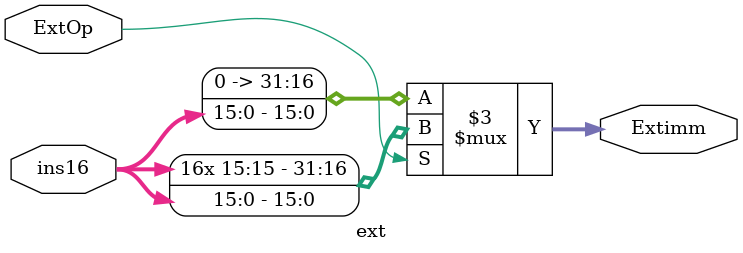
<source format=v>
module ext (ExtOp, ins16, Extimm);
    
    input [15:0] ins16;
    input        ExtOp;     

    output reg [31:0] Extimm;

    always @(*) begin
        if(ExtOp)
            Extimm = {{16{ins16[15]}}, ins16[15:0]};
        else
            Extimm = {16'h0000, ins16[15:0]};
    end

endmodule //ext
</source>
